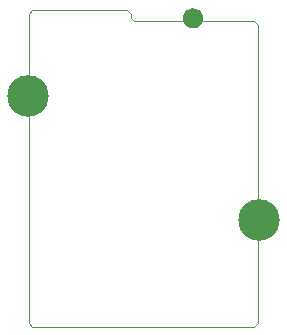
<source format=gbs>
G75*
%MOIN*%
%OFA0B0*%
%FSLAX25Y25*%
%IPPOS*%
%LPD*%
%AMOC8*
5,1,8,0,0,1.08239X$1,22.5*
%
%ADD10C,0.00000*%
%ADD11C,0.06699*%
%ADD12C,0.13849*%
D10*
X0008237Y0004725D02*
X0009487Y0003475D01*
X0083549Y0003475D01*
X0084799Y0004725D01*
X0084799Y0104100D01*
X0083549Y0105350D01*
X0043549Y0105350D01*
X0042299Y0106600D01*
X0042299Y0107850D01*
X0041049Y0109100D01*
X0009487Y0109100D01*
X0008237Y0107850D01*
X0008237Y0004725D01*
X0059774Y0106472D02*
X0059776Y0106584D01*
X0059782Y0106695D01*
X0059792Y0106807D01*
X0059806Y0106918D01*
X0059823Y0107028D01*
X0059845Y0107138D01*
X0059871Y0107247D01*
X0059900Y0107355D01*
X0059933Y0107461D01*
X0059970Y0107567D01*
X0060011Y0107671D01*
X0060056Y0107774D01*
X0060104Y0107875D01*
X0060155Y0107974D01*
X0060210Y0108071D01*
X0060269Y0108166D01*
X0060330Y0108260D01*
X0060395Y0108351D01*
X0060464Y0108439D01*
X0060535Y0108525D01*
X0060609Y0108609D01*
X0060687Y0108689D01*
X0060767Y0108767D01*
X0060850Y0108843D01*
X0060935Y0108915D01*
X0061023Y0108984D01*
X0061113Y0109050D01*
X0061206Y0109112D01*
X0061301Y0109172D01*
X0061398Y0109228D01*
X0061496Y0109280D01*
X0061597Y0109329D01*
X0061699Y0109374D01*
X0061803Y0109416D01*
X0061908Y0109454D01*
X0062015Y0109488D01*
X0062122Y0109518D01*
X0062231Y0109545D01*
X0062340Y0109567D01*
X0062451Y0109586D01*
X0062561Y0109601D01*
X0062673Y0109612D01*
X0062784Y0109619D01*
X0062896Y0109622D01*
X0063008Y0109621D01*
X0063120Y0109616D01*
X0063231Y0109607D01*
X0063342Y0109594D01*
X0063453Y0109577D01*
X0063563Y0109557D01*
X0063672Y0109532D01*
X0063780Y0109504D01*
X0063887Y0109471D01*
X0063993Y0109435D01*
X0064097Y0109395D01*
X0064200Y0109352D01*
X0064302Y0109305D01*
X0064401Y0109254D01*
X0064499Y0109200D01*
X0064595Y0109142D01*
X0064689Y0109081D01*
X0064780Y0109017D01*
X0064869Y0108950D01*
X0064956Y0108879D01*
X0065040Y0108805D01*
X0065122Y0108729D01*
X0065200Y0108649D01*
X0065276Y0108567D01*
X0065349Y0108482D01*
X0065419Y0108395D01*
X0065485Y0108305D01*
X0065549Y0108213D01*
X0065609Y0108119D01*
X0065666Y0108023D01*
X0065719Y0107924D01*
X0065769Y0107824D01*
X0065815Y0107723D01*
X0065858Y0107619D01*
X0065897Y0107514D01*
X0065932Y0107408D01*
X0065963Y0107301D01*
X0065991Y0107192D01*
X0066014Y0107083D01*
X0066034Y0106973D01*
X0066050Y0106862D01*
X0066062Y0106751D01*
X0066070Y0106640D01*
X0066074Y0106528D01*
X0066074Y0106416D01*
X0066070Y0106304D01*
X0066062Y0106193D01*
X0066050Y0106082D01*
X0066034Y0105971D01*
X0066014Y0105861D01*
X0065991Y0105752D01*
X0065963Y0105643D01*
X0065932Y0105536D01*
X0065897Y0105430D01*
X0065858Y0105325D01*
X0065815Y0105221D01*
X0065769Y0105120D01*
X0065719Y0105020D01*
X0065666Y0104921D01*
X0065609Y0104825D01*
X0065549Y0104731D01*
X0065485Y0104639D01*
X0065419Y0104549D01*
X0065349Y0104462D01*
X0065276Y0104377D01*
X0065200Y0104295D01*
X0065122Y0104215D01*
X0065040Y0104139D01*
X0064956Y0104065D01*
X0064869Y0103994D01*
X0064780Y0103927D01*
X0064689Y0103863D01*
X0064595Y0103802D01*
X0064499Y0103744D01*
X0064401Y0103690D01*
X0064302Y0103639D01*
X0064200Y0103592D01*
X0064097Y0103549D01*
X0063993Y0103509D01*
X0063887Y0103473D01*
X0063780Y0103440D01*
X0063672Y0103412D01*
X0063563Y0103387D01*
X0063453Y0103367D01*
X0063342Y0103350D01*
X0063231Y0103337D01*
X0063120Y0103328D01*
X0063008Y0103323D01*
X0062896Y0103322D01*
X0062784Y0103325D01*
X0062673Y0103332D01*
X0062561Y0103343D01*
X0062451Y0103358D01*
X0062340Y0103377D01*
X0062231Y0103399D01*
X0062122Y0103426D01*
X0062015Y0103456D01*
X0061908Y0103490D01*
X0061803Y0103528D01*
X0061699Y0103570D01*
X0061597Y0103615D01*
X0061496Y0103664D01*
X0061398Y0103716D01*
X0061301Y0103772D01*
X0061206Y0103832D01*
X0061113Y0103894D01*
X0061023Y0103960D01*
X0060935Y0104029D01*
X0060850Y0104101D01*
X0060767Y0104177D01*
X0060687Y0104255D01*
X0060609Y0104335D01*
X0060535Y0104419D01*
X0060464Y0104505D01*
X0060395Y0104593D01*
X0060330Y0104684D01*
X0060269Y0104778D01*
X0060210Y0104873D01*
X0060155Y0104970D01*
X0060104Y0105069D01*
X0060056Y0105170D01*
X0060011Y0105273D01*
X0059970Y0105377D01*
X0059933Y0105483D01*
X0059900Y0105589D01*
X0059871Y0105697D01*
X0059845Y0105806D01*
X0059823Y0105916D01*
X0059806Y0106026D01*
X0059792Y0106137D01*
X0059782Y0106249D01*
X0059776Y0106360D01*
X0059774Y0106472D01*
D11*
X0062924Y0106472D03*
D12*
X0085112Y0039100D03*
X0007924Y0080350D03*
M02*

</source>
